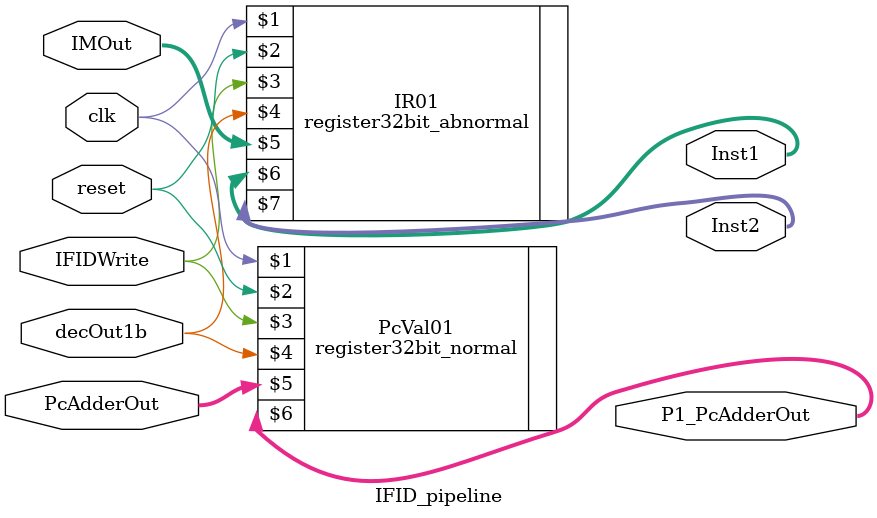
<source format=v>
module IFID_pipeline(input clk, input reset, input decOut1b, input [31:0] IMOut, input [31:0] PcAdderOut, input IFIDWrite, output [31:0] P1_PcAdderOut, output [15:0] Inst1, output [15:0] Inst2);

  register32bit_normal PcVal01( clk, reset, IFIDWrite, decOut1b,  PcAdderOut,  P1_PcAdderOut);
  register32bit_abnormal IR01( clk, reset, IFIDWrite, decOut1b,  IMOut, Inst1, Inst2);
endmodule
</source>
